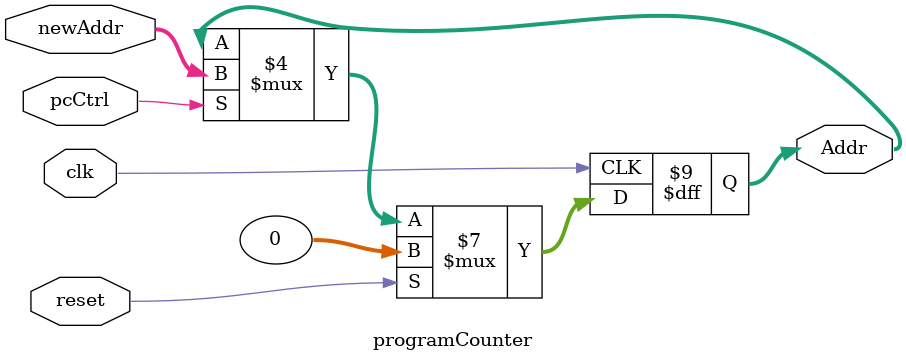
<source format=v>


module programCounter(
	input clk,
	input reset,
	input pcCtrl,
	input [0:31]newAddr,
	output reg [0:31] Addr
); 

always@(negedge clk)
	
begin
	
	if(reset == 1)
		
		Addr <= 32'b0;
	
	else if(pcCtrl == 1)

		Addr <= newAddr;

end

endmodule 
</source>
